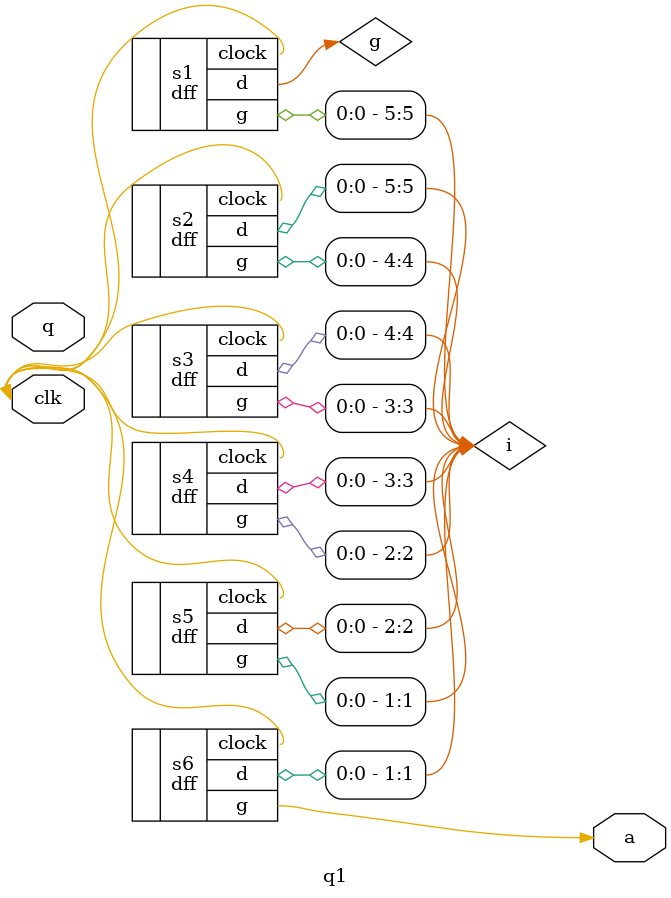
<source format=v>
module dff(d,clock,g);
inout d, clock;
output reg g;
always @ (posedge clock)
	g<=d;
endmodule
module q1(q,clk,a);
input q, clk;
output reg a;
wire [5:1]i;
dff s1(g,clk,i[5]);
dff s2(i[5],clk,i[4]);
dff s3(i[4],clk,i[3]);
dff s4(i[3],clk,i[2]);
dff s5(i[2],clk,i[1]);
dff s6(i[1],clk,a);
endmodule

</source>
